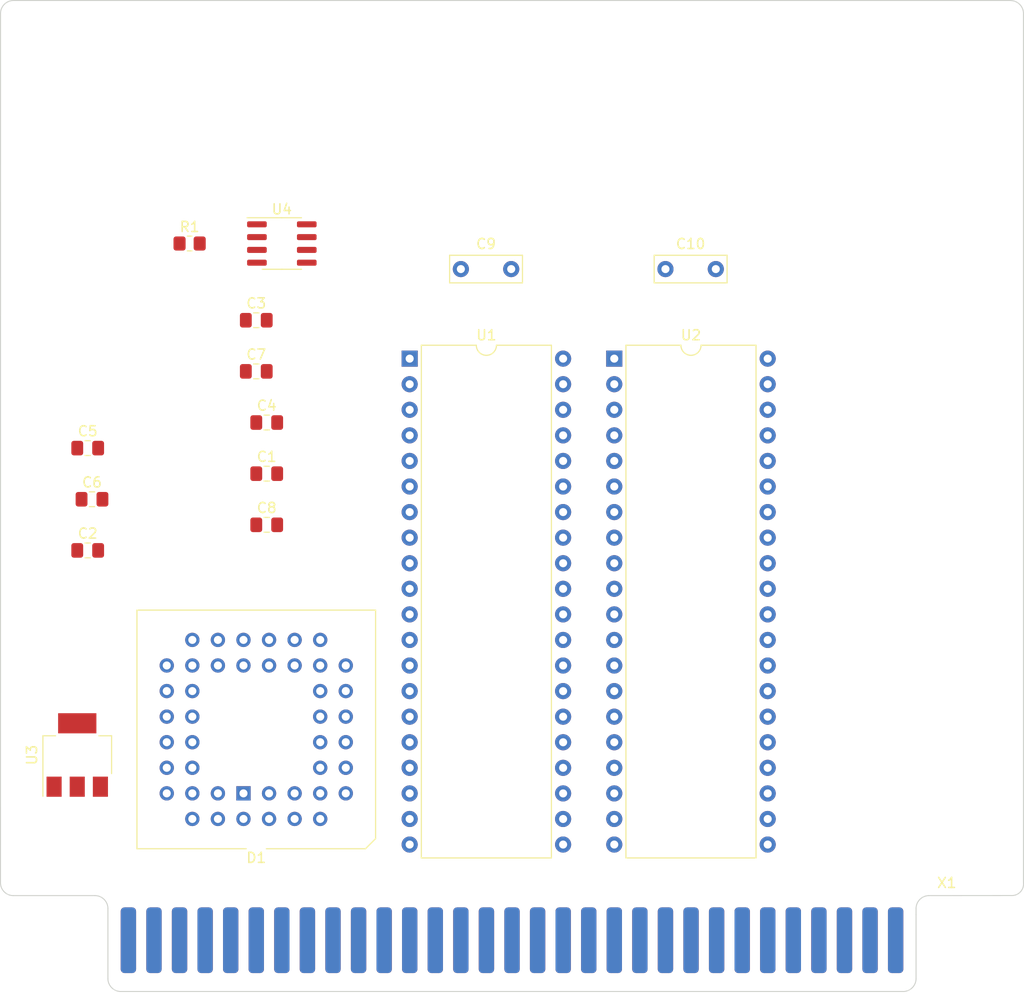
<source format=kicad_pcb>
(kicad_pcb (version 20211014) (generator pcbnew)
  (layers (0 "F.Cu" signal) (31 "B.Cu" signal) (34 "B.Paste" user) (35 "F.Paste" user) (36 "B.SilkS" user "B.Silkscreen") (37 "F.SilkS" user "F.Silkscreen") (38 "B.Mask" user) (39 "F.Mask" user) (44 "Edge.Cuts" user))
  (net 0 "")
  (net 21 "/d7")
  (net 51 "/a8_1")
  (net 52 "/a8_0")
  (net 53 "/a14")
  (net 54 "/a15")
  (net 56 "/clk175")
  (net 58 "/clk350")
  (net 60 "/d6")
  (net 61 "/d5")
  (net 62 "/d4")
  (net 63 "/d3")
  (net 66 "/d2")
  (net 67 "/d1")
  (net 68 "/d0")
  (net 69 "/iorq")
  (net 70 "/m1")
  (net 73 "/wr")
  (net 118 "/a0")
  (net 137 "/GND")
  (net 138 "/a1")
  (net 141 "/+5V")
  (net 142 "/+3.3V")
  (net 143 "/bc1")
  (net 144 "/bdir")
  (net 145 "/reset")
  (net 146 "/beeper")
  (footprint "Capacitor_SMD:C_0805_2012Metric_Pad1.18x1.45mm_HandSolder" (layer "F.Cu") (at 54.3775 71.12)
    (fp_text reference "C4" (at 0 -1.68) (layer "F.SilkS"))
    (fp_text value "0.47uF50VX7R0805")
    (fp_line (start -0.261252 -0.735) (end 0.261252 -0.735) (layer "F.SilkS") (width 0.12))
    (fp_line (start -0.261252 0.735) (end 0.261252 0.735) (layer "F.SilkS") (width 0.12))
    (pad "1" smd roundrect (at -1.0375 0) (size 1.175 1.45) (layers "F.Cu" "F.Paste" "F.Mask") (roundrect_rratio 0.212766) (net 141 "/+5V"))
    (pad "2" smd roundrect (at 1.0375 0) (size 1.175 1.45) (layers "F.Cu" "F.Paste" "F.Mask") (roundrect_rratio 0.212766) (net 137 "/GND"))
  )
  (footprint "Package_SO:SOIC-8_3.9x4.9mm_P1.27mm" (layer "F.Cu") (at 55.88 53.34)
    (fp_text reference "U4" (at 0 -3.4) (layer "F.SilkS"))
    (fp_text value "NE5532")
    (fp_line (start 0 -2.56) (end 1.95 -2.56) (layer "F.SilkS") (width 0.12))
    (fp_line (start 0 2.56) (end 1.95 2.56) (layer "F.SilkS") (width 0.12))
    (fp_line (start 0 -2.56) (end -3.45 -2.56) (layer "F.SilkS") (width 0.12))
    (fp_line (start 0 2.56) (end -1.95 2.56) (layer "F.SilkS") (width 0.12))
    (pad "1" smd roundrect (at -2.475 -1.905) (size 1.95 0.6) (layers "F.Cu" "F.Paste" "F.Mask"))
    (pad "2" smd roundrect (at -2.475 -0.635) (size 1.95 0.6) (layers "F.Cu" "F.Paste" "F.Mask"))
    (pad "3" smd roundrect (at -2.475 0.635) (size 1.95 0.6) (layers "F.Cu" "F.Paste" "F.Mask"))
    (pad "4" smd roundrect (at -2.475 1.905) (size 1.95 0.6) (layers "F.Cu" "F.Paste" "F.Mask"))
    (pad "5" smd roundrect (at 2.475 1.905) (size 1.95 0.6) (layers "F.Cu" "F.Paste" "F.Mask"))
    (pad "6" smd roundrect (at 2.475 0.635) (size 1.95 0.6) (layers "F.Cu" "F.Paste" "F.Mask"))
    (pad "7" smd roundrect (at 2.475 -0.635) (size 1.95 0.6) (layers "F.Cu" "F.Paste" "F.Mask"))
    (pad "8" smd roundrect (at 2.475 -1.905) (size 1.95 0.6) (layers "F.Cu" "F.Paste" "F.Mask"))
  )
  (footprint "Package_DIP:DIP-40_W15.24mm" (layer "F.Cu") (at 88.895 64.775)
    (fp_text reference "U2" (at 7.62 -2.33) (layer "F.SilkS"))
    (fp_text value "YM2149")
    (fp_line (start 1.16 49.59) (end 14.08 49.59) (layer "F.SilkS") (width 0.12))
    (fp_line (start 1.16 -1.33) (end 1.16 49.59) (layer "F.SilkS") (width 0.12))
    (fp_line (start 14.08 -1.33) (end 8.62 -1.33) (layer "F.SilkS") (width 0.12))
    (fp_line (start 6.62 -1.33) (end 1.16 -1.33) (layer "F.SilkS") (width 0.12))
    (fp_line (start 14.08 49.59) (end 14.08 -1.33) (layer "F.SilkS") (width 0.12))
    (fp_arc (start 8.62 -1.33) (mid 7.62 -0.33) (end 6.62 -1.33) (layer "F.SilkS") (width 0.12))
    (pad "1" thru_hole rect (at 0 0) (size 1.6 1.6) (drill 0.8) (layers *.Cu *.Mask) (net 137 "/GND"))
    (pad "2" thru_hole oval (at 0 2.54) (size 1.6 1.6) (drill 0.8) (layers *.Cu *.Mask))
    (pad "3" thru_hole oval (at 0 5.08) (size 1.6 1.6) (drill 0.8) (layers *.Cu *.Mask))
    (pad "4" thru_hole oval (at 0 7.62) (size 1.6 1.6) (drill 0.8) (layers *.Cu *.Mask))
    (pad "5" thru_hole oval (at 0 10.16) (size 1.6 1.6) (drill 0.8) (layers *.Cu *.Mask))
    (pad "6" thru_hole oval (at 0 12.7) (size 1.6 1.6) (drill 0.8) (layers *.Cu *.Mask))
    (pad "7" thru_hole oval (at 0 15.24) (size 1.6 1.6) (drill 0.8) (layers *.Cu *.Mask))
    (pad "8" thru_hole oval (at 0 17.78) (size 1.6 1.6) (drill 0.8) (layers *.Cu *.Mask))
    (pad "9" thru_hole oval (at 0 20.32) (size 1.6 1.6) (drill 0.8) (layers *.Cu *.Mask))
    (pad "10" thru_hole oval (at 0 22.86) (size 1.6 1.6) (drill 0.8) (layers *.Cu *.Mask))
    (pad "11" thru_hole oval (at 0 25.4) (size 1.6 1.6) (drill 0.8) (layers *.Cu *.Mask))
    (pad "12" thru_hole oval (at 0 27.94) (size 1.6 1.6) (drill 0.8) (layers *.Cu *.Mask))
    (pad "13" thru_hole oval (at 0 30.48) (size 1.6 1.6) (drill 0.8) (layers *.Cu *.Mask))
    (pad "14" thru_hole oval (at 0 33.02) (size 1.6 1.6) (drill 0.8) (layers *.Cu *.Mask))
    (pad "15" thru_hole oval (at 0 35.56) (size 1.6 1.6) (drill 0.8) (layers *.Cu *.Mask))
    (pad "16" thru_hole oval (at 0 38.1) (size 1.6 1.6) (drill 0.8) (layers *.Cu *.Mask))
    (pad "17" thru_hole oval (at 0 40.64) (size 1.6 1.6) (drill 0.8) (layers *.Cu *.Mask))
    (pad "18" thru_hole oval (at 0 43.18) (size 1.6 1.6) (drill 0.8) (layers *.Cu *.Mask))
    (pad "19" thru_hole oval (at 0 45.72) (size 1.6 1.6) (drill 0.8) (layers *.Cu *.Mask))
    (pad "20" thru_hole oval (at 0 48.26) (size 1.6 1.6) (drill 0.8) (layers *.Cu *.Mask))
    (pad "21" thru_hole oval (at 15.24 48.26) (size 1.6 1.6) (drill 0.8) (layers *.Cu *.Mask))
    (pad "22" thru_hole oval (at 15.24 45.72) (size 1.6 1.6) (drill 0.8) (layers *.Cu *.Mask) (net 56 "/clk175"))
    (pad "23" thru_hole oval (at 15.24 43.18) (size 1.6 1.6) (drill 0.8) (layers *.Cu *.Mask) (net 145 "/reset"))
    (pad "24" thru_hole oval (at 15.24 40.64) (size 1.6 1.6) (drill 0.8) (layers *.Cu *.Mask) (net 137 "/GND"))
    (pad "25" thru_hole oval (at 15.24 38.1) (size 1.6 1.6) (drill 0.8) (layers *.Cu *.Mask) (net 51 "/a8_1"))
    (pad "26" thru_hole oval (at 15.24 35.56) (size 1.6 1.6) (drill 0.8) (layers *.Cu *.Mask))
    (pad "27" thru_hole oval (at 15.24 33.02) (size 1.6 1.6) (drill 0.8) (layers *.Cu *.Mask) (net 144 "/bdir"))
    (pad "28" thru_hole oval (at 15.24 30.48) (size 1.6 1.6) (drill 0.8) (layers *.Cu *.Mask) (net 141 "/+5V"))
    (pad "29" thru_hole oval (at 15.24 27.94) (size 1.6 1.6) (drill 0.8) (layers *.Cu *.Mask) (net 143 "/bc1"))
    (pad "30" thru_hole oval (at 15.24 25.4) (size 1.6 1.6) (drill 0.8) (layers *.Cu *.Mask) (net 21 "/d7"))
    (pad "31" thru_hole oval (at 15.24 22.86) (size 1.6 1.6) (drill 0.8) (layers *.Cu *.Mask) (net 60 "/d6"))
    (pad "32" thru_hole oval (at 15.24 20.32) (size 1.6 1.6) (drill 0.8) (layers *.Cu *.Mask) (net 61 "/d5"))
    (pad "33" thru_hole oval (at 15.24 17.78) (size 1.6 1.6) (drill 0.8) (layers *.Cu *.Mask) (net 62 "/d4"))
    (pad "34" thru_hole oval (at 15.24 15.24) (size 1.6 1.6) (drill 0.8) (layers *.Cu *.Mask) (net 63 "/d3"))
    (pad "35" thru_hole oval (at 15.24 12.7) (size 1.6 1.6) (drill 0.8) (layers *.Cu *.Mask) (net 66 "/d2"))
    (pad "36" thru_hole oval (at 15.24 10.16) (size 1.6 1.6) (drill 0.8) (layers *.Cu *.Mask) (net 67 "/d1"))
    (pad "37" thru_hole oval (at 15.24 7.62) (size 1.6 1.6) (drill 0.8) (layers *.Cu *.Mask) (net 68 "/d0"))
    (pad "38" thru_hole oval (at 15.24 5.08) (size 1.6 1.6) (drill 0.8) (layers *.Cu *.Mask))
    (pad "39" thru_hole oval (at 15.24 2.54) (size 1.6 1.6) (drill 0.8) (layers *.Cu *.Mask))
    (pad "40" thru_hole oval (at 15.24 0) (size 1.6 1.6) (drill 0.8) (layers *.Cu *.Mask) (net 141 "/+5V"))
  )
  (footprint "Package_DIP:DIP-40_W15.24mm" (layer "F.Cu") (at 68.575 64.775)
    (fp_text reference "U1" (at 7.62 -2.33) (layer "F.SilkS"))
    (fp_text value "YM2149")
    (fp_line (start 6.62 -1.33) (end 1.16 -1.33) (layer "F.SilkS") (width 0.12))
    (fp_line (start 1.16 49.59) (end 14.08 49.59) (layer "F.SilkS") (width 0.12))
    (fp_line (start 14.08 -1.33) (end 8.62 -1.33) (layer "F.SilkS") (width 0.12))
    (fp_line (start 14.08 49.59) (end 14.08 -1.33) (layer "F.SilkS") (width 0.12))
    (fp_line (start 1.16 -1.33) (end 1.16 49.59) (layer "F.SilkS") (width 0.12))
    (fp_arc (start 8.62 -1.33) (mid 7.62 -0.33) (end 6.62 -1.33) (layer "F.SilkS") (width 0.12))
    (pad "1" thru_hole rect (at 0 0) (size 1.6 1.6) (drill 0.8) (layers *.Cu *.Mask) (net 137 "/GND"))
    (pad "2" thru_hole oval (at 0 2.54) (size 1.6 1.6) (drill 0.8) (layers *.Cu *.Mask))
    (pad "3" thru_hole oval (at 0 5.08) (size 1.6 1.6) (drill 0.8) (layers *.Cu *.Mask))
    (pad "4" thru_hole oval (at 0 7.62) (size 1.6 1.6) (drill 0.8) (layers *.Cu *.Mask))
    (pad "5" thru_hole oval (at 0 10.16) (size 1.6 1.6) (drill 0.8) (layers *.Cu *.Mask))
    (pad "6" thru_hole oval (at 0 12.7) (size 1.6 1.6) (drill 0.8) (layers *.Cu *.Mask))
    (pad "7" thru_hole oval (at 0 15.24) (size 1.6 1.6) (drill 0.8) (layers *.Cu *.Mask))
    (pad "8" thru_hole oval (at 0 17.78) (size 1.6 1.6) (drill 0.8) (layers *.Cu *.Mask))
    (pad "9" thru_hole oval (at 0 20.32) (size 1.6 1.6) (drill 0.8) (layers *.Cu *.Mask))
    (pad "10" thru_hole oval (at 0 22.86) (size 1.6 1.6) (drill 0.8) (layers *.Cu *.Mask))
    (pad "11" thru_hole oval (at 0 25.4) (size 1.6 1.6) (drill 0.8) (layers *.Cu *.Mask))
    (pad "12" thru_hole oval (at 0 27.94) (size 1.6 1.6) (drill 0.8) (layers *.Cu *.Mask))
    (pad "13" thru_hole oval (at 0 30.48) (size 1.6 1.6) (drill 0.8) (layers *.Cu *.Mask))
    (pad "14" thru_hole oval (at 0 33.02) (size 1.6 1.6) (drill 0.8) (layers *.Cu *.Mask))
    (pad "15" thru_hole oval (at 0 35.56) (size 1.6 1.6) (drill 0.8) (layers *.Cu *.Mask))
    (pad "16" thru_hole oval (at 0 38.1) (size 1.6 1.6) (drill 0.8) (layers *.Cu *.Mask))
    (pad "17" thru_hole oval (at 0 40.64) (size 1.6 1.6) (drill 0.8) (layers *.Cu *.Mask))
    (pad "18" thru_hole oval (at 0 43.18) (size 1.6 1.6) (drill 0.8) (layers *.Cu *.Mask))
    (pad "19" thru_hole oval (at 0 45.72) (size 1.6 1.6) (drill 0.8) (layers *.Cu *.Mask))
    (pad "20" thru_hole oval (at 0 48.26) (size 1.6 1.6) (drill 0.8) (layers *.Cu *.Mask))
    (pad "21" thru_hole oval (at 15.24 48.26) (size 1.6 1.6) (drill 0.8) (layers *.Cu *.Mask))
    (pad "22" thru_hole oval (at 15.24 45.72) (size 1.6 1.6) (drill 0.8) (layers *.Cu *.Mask) (net 56 "/clk175"))
    (pad "23" thru_hole oval (at 15.24 43.18) (size 1.6 1.6) (drill 0.8) (layers *.Cu *.Mask) (net 145 "/reset"))
    (pad "24" thru_hole oval (at 15.24 40.64) (size 1.6 1.6) (drill 0.8) (layers *.Cu *.Mask) (net 137 "/GND"))
    (pad "25" thru_hole oval (at 15.24 38.1) (size 1.6 1.6) (drill 0.8) (layers *.Cu *.Mask) (net 52 "/a8_0"))
    (pad "26" thru_hole oval (at 15.24 35.56) (size 1.6 1.6) (drill 0.8) (layers *.Cu *.Mask))
    (pad "27" thru_hole oval (at 15.24 33.02) (size 1.6 1.6) (drill 0.8) (layers *.Cu *.Mask) (net 144 "/bdir"))
    (pad "28" thru_hole oval (at 15.24 30.48) (size 1.6 1.6) (drill 0.8) (layers *.Cu *.Mask) (net 141 "/+5V"))
    (pad "29" thru_hole oval (at 15.24 27.94) (size 1.6 1.6) (drill 0.8) (layers *.Cu *.Mask) (net 143 "/bc1"))
    (pad "30" thru_hole oval (at 15.24 25.4) (size 1.6 1.6) (drill 0.8) (layers *.Cu *.Mask) (net 21 "/d7"))
    (pad "31" thru_hole oval (at 15.24 22.86) (size 1.6 1.6) (drill 0.8) (layers *.Cu *.Mask) (net 60 "/d6"))
    (pad "32" thru_hole oval (at 15.24 20.32) (size 1.6 1.6) (drill 0.8) (layers *.Cu *.Mask) (net 61 "/d5"))
    (pad "33" thru_hole oval (at 15.24 17.78) (size 1.6 1.6) (drill 0.8) (layers *.Cu *.Mask) (net 62 "/d4"))
    (pad "34" thru_hole oval (at 15.24 15.24) (size 1.6 1.6) (drill 0.8) (layers *.Cu *.Mask) (net 63 "/d3"))
    (pad "35" thru_hole oval (at 15.24 12.7) (size 1.6 1.6) (drill 0.8) (layers *.Cu *.Mask) (net 66 "/d2"))
    (pad "36" thru_hole oval (at 15.24 10.16) (size 1.6 1.6) (drill 0.8) (layers *.Cu *.Mask) (net 67 "/d1"))
    (pad "37" thru_hole oval (at 15.24 7.62) (size 1.6 1.6) (drill 0.8) (layers *.Cu *.Mask) (net 68 "/d0"))
    (pad "38" thru_hole oval (at 15.24 5.08) (size 1.6 1.6) (drill 0.8) (layers *.Cu *.Mask))
    (pad "39" thru_hole oval (at 15.24 2.54) (size 1.6 1.6) (drill 0.8) (layers *.Cu *.Mask))
    (pad "40" thru_hole oval (at 15.24 0) (size 1.6 1.6) (drill 0.8) (layers *.Cu *.Mask) (net 141 "/+5V"))
  )
  (footprint "Capacitor_SMD:C_0805_2012Metric_Pad1.18x1.45mm_HandSolder" (layer "F.Cu") (at 54.3775 81.28)
    (fp_text reference "C8" (at 0 -1.68) (layer "F.SilkS"))
    (fp_text value "0.47uF50VX7R0805")
    (fp_line (start -0.261252 -0.735) (end 0.261252 -0.735) (layer "F.SilkS") (width 0.12))
    (fp_line (start -0.261252 0.735) (end 0.261252 0.735) (layer "F.SilkS") (width 0.12))
    (pad "1" smd roundrect (at -1.0375 0) (size 1.175 1.45) (layers "F.Cu" "F.Paste" "F.Mask") (roundrect_rratio 0.212766) (net 141 "/+5V"))
    (pad "2" smd roundrect (at 1.0375 0) (size 1.175 1.45) (layers "F.Cu" "F.Paste" "F.Mask") (roundrect_rratio 0.212766) (net 137 "/GND"))
  )
  (footprint "Package_TO_SOT_SMD:SOT-223-3_TabPin2" (layer "F.Cu") (at 35.56 104.14 90)
    (fp_text reference "U3" (at 0 -4.5 90) (layer "F.SilkS"))
    (fp_text value "AMS1117-3.3")
    (fp_line (start -1.85 3.41) (end 1.91 3.41) (layer "F.SilkS") (width 0.12))
    (fp_line (start -4.1 -3.41) (end 1.91 -3.41) (layer "F.SilkS") (width 0.12))
    (fp_line (start 1.91 -3.41) (end 1.91 -2.15) (layer "F.SilkS") (width 0.12))
    (fp_line (start 1.91 3.41) (end 1.91 2.15) (layer "F.SilkS") (width 0.12))
    (pad "1" smd rect (at -3.15 -2.3 90) (size 2 1.5) (layers "F.Cu" "F.Paste" "F.Mask") (net 137 "/GND"))
    (pad "2" smd rect (at -3.15 0 90) (size 2 1.5) (layers "F.Cu" "F.Paste" "F.Mask") (net 142 "/+3.3V"))
    (pad "2" smd rect (at 3.15 0 90) (size 2 3.8) (layers "F.Cu" "F.Paste" "F.Mask") (net 142 "/+3.3V"))
    (pad "3" smd rect (at -3.15 2.3 90) (size 2 1.5) (layers "F.Cu" "F.Paste" "F.Mask") (net 141 "/+5V"))
  )
  (footprint "Capacitor_SMD:C_0805_2012Metric_Pad1.18x1.45mm_HandSolder" (layer "F.Cu") (at 36.5975 73.66)
    (fp_text reference "C5" (at 0 -1.68) (layer "F.SilkS"))
    (fp_text value "0.47uF50VX7R0805")
    (fp_line (start -0.261252 0.735) (end 0.261252 0.735) (layer "F.SilkS") (width 0.12))
    (fp_line (start -0.261252 -0.735) (end 0.261252 -0.735) (layer "F.SilkS") (width 0.12))
    (pad "1" smd roundrect (at -1.0375 0) (size 1.175 1.45) (layers "F.Cu" "F.Paste" "F.Mask") (roundrect_rratio 0.212766) (net 142 "/+3.3V"))
    (pad "2" smd roundrect (at 1.0375 0) (size 1.175 1.45) (layers "F.Cu" "F.Paste" "F.Mask") (roundrect_rratio 0.212766) (net 137 "/GND"))
  )
  (footprint "Capacitor_SMD:C_0805_2012Metric_Pad1.18x1.45mm_HandSolder" (layer "F.Cu") (at 54.3775 76.2)
    (fp_text reference "C1" (at 0 -1.68) (layer "F.SilkS"))
    (fp_text value "10uF10VX7R0805")
    (fp_line (start -0.261252 0.735) (end 0.261252 0.735) (layer "F.SilkS") (width 0.12))
    (fp_line (start -0.261252 -0.735) (end 0.261252 -0.735) (layer "F.SilkS") (width 0.12))
    (pad "1" smd roundrect (at -1.0375 0) (size 1.175 1.45) (layers "F.Cu" "F.Paste" "F.Mask") (roundrect_rratio 0.212766) (net 141 "/+5V"))
    (pad "2" smd roundrect (at 1.0375 0) (size 1.175 1.45) (layers "F.Cu" "F.Paste" "F.Mask") (roundrect_rratio 0.212766) (net 137 "/GND"))
  )
  (footprint "Capacitor_SMD:C_0805_2012Metric_Pad1.18x1.45mm_HandSolder" (layer "F.Cu") (at 37.025 78.74)
    (fp_text reference "C6" (at 0 -1.68) (layer "F.SilkS"))
    (fp_text value "0.47uF50VX7R0805")
    (fp_line (start -0.261252 -0.735) (end 0.261252 -0.735) (layer "F.SilkS") (width 0.12))
    (fp_line (start -0.261252 0.735) (end 0.261252 0.735) (layer "F.SilkS") (width 0.12))
    (pad "1" smd roundrect (at -1.0375 0) (size 1.175 1.45) (layers "F.Cu" "F.Paste" "F.Mask") (roundrect_rratio 0.212766) (net 141 "/+5V"))
    (pad "2" smd roundrect (at 1.0375 0) (size 1.175 1.45) (layers "F.Cu" "F.Paste" "F.Mask") (roundrect_rratio 0.212766) (net 137 "/GND"))
  )
  (footprint "Capacitor_THT:C_Rect_L7.0mm_W2.5mm_P5.00mm" (layer "F.Cu") (at 73.66 55.88)
    (fp_text reference "C9" (at 2.5 -2.5) (layer "F.SilkS"))
    (fp_text value "0.47uF wima")
    (fp_line (start -1.12 -1.37) (end 6.12 -1.37) (layer "F.SilkS") (width 0.12))
    (fp_line (start -1.12 -1.37) (end -1.12 1.37) (layer "F.SilkS") (width 0.12))
    (fp_line (start -1.12 1.37) (end 6.12 1.37) (layer "F.SilkS") (width 0.12))
    (fp_line (start 6.12 -1.37) (end 6.12 1.37) (layer "F.SilkS") (width 0.12))
    (pad "1" thru_hole circle (at 0 0) (size 1.6 1.6) (drill 0.8) (layers *.Cu *.Mask))
    (pad "2" thru_hole circle (at 5 0) (size 1.6 1.6) (drill 0.8) (layers *.Cu *.Mask))
  )
  (footprint "Capacitor_SMD:C_0805_2012Metric_Pad1.18x1.45mm_HandSolder" (layer "F.Cu") (at 53.34 66.04)
    (fp_text reference "C7" (at 0 -1.68) (layer "F.SilkS"))
    (fp_text value "0.47uF50VX7R0805")
    (fp_line (start -0.261252 0.735) (end 0.261252 0.735) (layer "F.SilkS") (width 0.12))
    (fp_line (start -0.261252 -0.735) (end 0.261252 -0.735) (layer "F.SilkS") (width 0.12))
    (pad "1" smd roundrect (at -1.0375 0) (size 1.175 1.45) (layers "F.Cu" "F.Paste" "F.Mask") (roundrect_rratio 0.212766) (net 142 "/+3.3V"))
    (pad "2" smd roundrect (at 1.0375 0) (size 1.175 1.45) (layers "F.Cu" "F.Paste" "F.Mask") (roundrect_rratio 0.212766) (net 137 "/GND"))
  )
  (footprint "Capacitor_SMD:C_0805_2012Metric_Pad1.18x1.45mm_HandSolder" (layer "F.Cu") (at 36.5975 83.82)
    (fp_text reference "C2" (at 0 -1.68) (layer "F.SilkS"))
    (fp_text value "0.47uF50VX7R0805")
    (fp_line (start -0.261252 0.735) (end 0.261252 0.735) (layer "F.SilkS") (width 0.12))
    (fp_line (start -0.261252 -0.735) (end 0.261252 -0.735) (layer "F.SilkS") (width 0.12))
    (pad "1" smd roundrect (at -1.0375 0) (size 1.175 1.45) (layers "F.Cu" "F.Paste" "F.Mask") (roundrect_rratio 0.212766) (net 142 "/+3.3V"))
    (pad "2" smd roundrect (at 1.0375 0) (size 1.175 1.45) (layers "F.Cu" "F.Paste" "F.Mask") (roundrect_rratio 0.212766) (net 137 "/GND"))
  )
  (footprint "Capacitor_SMD:C_0805_2012Metric_Pad1.18x1.45mm_HandSolder" (layer "F.Cu") (at 53.34 60.96)
    (fp_text reference "C3" (at 0 -1.68) (layer "F.SilkS"))
    (fp_text value "0.47uF50VX7R0805")
    (fp_line (start -0.261252 0.735) (end 0.261252 0.735) (layer "F.SilkS") (width 0.12))
    (fp_line (start -0.261252 -0.735) (end 0.261252 -0.735) (layer "F.SilkS") (width 0.12))
    (pad "1" smd roundrect (at -1.0375 0) (size 1.175 1.45) (layers "F.Cu" "F.Paste" "F.Mask") (roundrect_rratio 0.212766) (net 142 "/+3.3V"))
    (pad "2" smd roundrect (at 1.0375 0) (size 1.175 1.45) (layers "F.Cu" "F.Paste" "F.Mask") (roundrect_rratio 0.212766) (net 137 "/GND"))
  )
  (footprint "Package_LCC:PLCC-44_THT-Socket" (layer "F.Cu") (at 52.07 107.95 180)
    (fp_text reference "D1" (at -1.27 -6.4) (layer "F.SilkS"))
    (fp_text value "epm3032")
    (fp_line (start -2.27 -5.5) (end -12.12 -5.5) (layer "F.SilkS") (width 0.12))
    (fp_line (start 10.58 -5.5) (end -0.27 -5.5) (layer "F.SilkS") (width 0.12))
    (fp_line (start 10.58 18.2) (end 10.58 -5.5) (layer "F.SilkS") (width 0.12))
    (fp_line (start -13.12 18.2) (end 10.58 18.2) (layer "F.SilkS") (width 0.12))
    (fp_line (start -12.12 -5.5) (end -13.12 -4.5) (layer "F.SilkS") (width 0.12))
    (fp_line (start -13.12 -4.5) (end -13.12 18.2) (layer "F.SilkS") (width 0.12))
    (pad "1" thru_hole rect (at 0 0 180) (size 1.4224 1.4224) (drill 0.8) (layers *.Cu *.Mask))
    (pad "2" thru_hole circle (at -2.54 -2.54 180) (size 1.4224 1.4224) (drill 0.8) (layers *.Cu *.Mask))
    (pad "3" thru_hole circle (at -2.54 0 180) (size 1.4224 1.4224) (drill 0.8) (layers *.Cu *.Mask))
    (pad "4" thru_hole circle (at -5.08 -2.54 180) (size 1.4224 1.4224) (drill 0.8) (layers *.Cu *.Mask))
    (pad "5" thru_hole circle (at -5.08 0 180) (size 1.4224 1.4224) (drill 0.8) (layers *.Cu *.Mask) (net 62 "/d4"))
    (pad "6" thru_hole circle (at -7.62 -2.54 180) (size 1.4224 1.4224) (drill 0.8) (layers *.Cu *.Mask) (net 69 "/iorq"))
    (pad "7" thru_hole circle (at -10.16 0 180) (size 1.4224 1.4224) (drill 0.8) (layers *.Cu *.Mask))
    (pad "8" thru_hole circle (at -7.62 0 180) (size 1.4224 1.4224) (drill 0.8) (layers *.Cu *.Mask) (net 70 "/m1"))
    (pad "9" thru_hole circle (at -10.16 2.54 180) (size 1.4224 1.4224) (drill 0.8) (layers *.Cu *.Mask) (net 138 "/a1"))
    (pad "10" thru_hole circle (at -7.62 2.54 180) (size 1.4224 1.4224) (drill 0.8) (layers *.Cu *.Mask) (net 137 "/GND"))
    (pad "11" thru_hole circle (at -10.16 5.08 180) (size 1.4224 1.4224) (drill 0.8) (layers *.Cu *.Mask) (net 118 "/a0"))
    (pad "12" thru_hole circle (at -7.62 5.08 180) (size 1.4224 1.4224) (drill 0.8) (layers *.Cu *.Mask) (net 73 "/wr"))
    (pad "13" thru_hole circle (at -10.16 7.62 180) (size 1.4224 1.4224) (drill 0.8) (layers *.Cu *.Mask))
    (pad "14" thru_hole circle (at -7.62 7.62 180) (size 1.4224 1.4224) (drill 0.8) (layers *.Cu *.Mask) (net 144 "/bdir"))
    (pad "15" thru_hole circle (at -10.16 10.16 180) (size 1.4224 1.4224) (drill 0.8) (layers *.Cu *.Mask))
    (pad "16" thru_hole circle (at -7.62 10.16 180) (size 1.4224 1.4224) (drill 0.8) (layers *.Cu *.Mask) (net 143 "/bc1"))
    (pad "17" thru_hole circle (at -10.16 12.7 180) (size 1.4224 1.4224) (drill 0.8) (layers *.Cu *.Mask))
    (pad "18" thru_hole circle (at -7.62 15.24 180) (size 1.4224 1.4224) (drill 0.8) (layers *.Cu *.Mask) (net 56 "/clk175"))
    (pad "19" thru_hole circle (at -7.62 12.7 180) (size 1.4224 1.4224) (drill 0.8) (layers *.Cu *.Mask) (net 52 "/a8_0"))
    (pad "20" thru_hole circle (at -5.08 15.24 180) (size 1.4224 1.4224) (drill 0.8) (layers *.Cu *.Mask) (net 51 "/a8_1"))
    (pad "21" thru_hole circle (at -5.08 12.7 180) (size 1.4224 1.4224) (drill 0.8) (layers *.Cu *.Mask) (net 146 "/beeper"))
    (pad "22" thru_hole circle (at -2.54 15.24 180) (size 1.4224 1.4224) (drill 0.8) (layers *.Cu *.Mask))
    (pad "23" thru_hole circle (at -2.54 12.7 180) (size 1.4224 1.4224) (drill 0.8) (layers *.Cu *.Mask))
    (pad "24" thru_hole circle (at 0 15.24 180) (size 1.4224 1.4224) (drill 0.8) (layers *.Cu *.Mask))
    (pad "25" thru_hole circle (at 0 12.7 180) (size 1.4224 1.4224) (drill 0.8) (layers *.Cu *.Mask))
    (pad "26" thru_hole circle (at 2.54 15.24 180) (size 1.4224 1.4224) (drill 0.8) (layers *.Cu *.Mask))
    (pad "27" thru_hole circle (at 2.54 12.7 180) (size 1.4224 1.4224) (drill 0.8) (layers *.Cu *.Mask))
    (pad "28" thru_hole circle (at 5.08 15.24 180) (size 1.4224 1.4224) (drill 0.8) (layers *.Cu *.Mask) (net 67 "/d1"))
    (pad "29" thru_hole circle (at 7.62 12.7 180) (size 1.4224 1.4224) (drill 0.8) (layers *.Cu *.Mask) (net 53 "/a14"))
    (pad "30" thru_hole circle (at 5.08 12.7 180) (size 1.4224 1.4224) (drill 0.8) (layers *.Cu *.Mask))
    (pad "31" thru_hole circle (at 7.62 10.16 180) (size 1.4224 1.4224) (drill 0.8) (layers *.Cu *.Mask) (net 54 "/a15"))
    (pad "32" thru_hole circle (at 5.08 10.16 180) (size 1.4224 1.4224) (drill 0.8) (layers *.Cu *.Mask))
    (pad "33" thru_hole circle (at 7.62 7.62 180) (size 1.4224 1.4224) (drill 0.8) (layers *.Cu *.Mask) (net 21 "/d7"))
    (pad "34" thru_hole circle (at 5.08 7.62 180) (size 1.4224 1.4224) (drill 0.8) (layers *.Cu *.Mask) (net 68 "/d0"))
    (pad "35" thru_hole circle (at 7.62 5.08 180) (size 1.4224 1.4224) (drill 0.8) (layers *.Cu *.Mask))
    (pad "36" thru_hole circle (at 5.08 5.08 180) (size 1.4224 1.4224) (drill 0.8) (layers *.Cu *.Mask))
    (pad "37" thru_hole circle (at 7.62 2.54 180) (size 1.4224 1.4224) (drill 0.8) (layers *.Cu *.Mask) (net 66 "/d2"))
    (pad "38" thru_hole circle (at 5.08 2.54 180) (size 1.4224 1.4224) (drill 0.8) (layers *.Cu *.Mask))
    (pad "39" thru_hole circle (at 7.62 0 180) (size 1.4224 1.4224) (drill 0.8) (layers *.Cu *.Mask) (net 60 "/d6"))
    (pad "40" thru_hole circle (at 5.08 -2.54 180) (size 1.4224 1.4224) (drill 0.8) (layers *.Cu *.Mask) (net 61 "/d5"))
    (pad "41" thru_hole circle (at 5.08 0 180) (size 1.4224 1.4224) (drill 0.8) (layers *.Cu *.Mask) (net 63 "/d3"))
    (pad "42" thru_hole circle (at 2.54 -2.54 180) (size 1.4224 1.4224) (drill 0.8) (layers *.Cu *.Mask))
    (pad "43" thru_hole circle (at 2.54 0 180) (size 1.4224 1.4224) (drill 0.8) (layers *.Cu *.Mask) (net 58 "/clk350"))
    (pad "44" thru_hole circle (at 0 -2.54 180) (size 1.4224 1.4224) (drill 0.8) (layers *.Cu *.Mask))
  )
  (footprint "zx:zx-bus" (layer "F.Cu") (at 78.74 127.617)
    (fp_text reference "X1" (at 43.18 -10.777 unlocked) (layer "F.SilkS"))
    (fp_text value "zx-bus")
    (pad "1" smd roundrect (at -38.1 -5.08) (size 1.524 6.524) (layers "F.Cu" "F.Paste" "F.Mask") (net 54 "/a15"))
    (pad "2" smd roundrect (at -35.56 -5.08) (size 1.524 6.524) (layers "F.Cu" "F.Paste" "F.Mask") (net 53 "/a14"))
    (pad "3" smd roundrect (at -33.02 -5.08) (size 1.524 6.524) (layers "F.Cu" "F.Paste" "F.Mask") (net 21 "/d7"))
    (pad "4" smd roundrect (at -30.48 -5.08) (size 1.524 6.524) (layers "F.Cu" "F.Paste" "F.Mask"))
    (pad "5" smd roundrect (at -27.94 -5.08) (size 1.524 6.524) (layers "F.Cu" "F.Paste" "F.Mask"))
    (pad "6" smd roundrect (at -25.4 -5.08) (size 1.524 6.524) (layers "F.Cu" "F.Paste" "F.Mask") (net 68 "/d0"))
    (pad "7" smd roundrect (at -22.86 -5.08) (size 1.524 6.524) (layers "F.Cu" "F.Paste" "F.Mask") (net 67 "/d1"))
    (pad "8" smd roundrect (at -20.32 -5.08) (size 1.524 6.524) (layers "F.Cu" "F.Paste" "F.Mask") (net 66 "/d2"))
    (pad "9" smd roundrect (at -17.78 -5.08) (size 1.524 6.524) (layers "F.Cu" "F.Paste" "F.Mask") (net 60 "/d6"))
    (pad "10" smd roundrect (at -15.24 -5.08) (size 1.524 6.524) (layers "F.Cu" "F.Paste" "F.Mask") (net 61 "/d5"))
    (pad "11" smd roundrect (at -12.7 -5.08) (size 1.524 6.524) (layers "F.Cu" "F.Paste" "F.Mask") (net 63 "/d3"))
    (pad "12" smd roundrect (at -10.16 -5.08) (size 1.524 6.524) (layers "F.Cu" "F.Paste" "F.Mask") (net 62 "/d4"))
    (pad "13" smd roundrect (at -7.62 -5.08) (size 1.524 6.524) (layers "F.Cu" "F.Paste" "F.Mask"))
    (pad "14" smd roundrect (at -5.08 -5.08) (size 1.524 6.524) (layers "F.Cu" "F.Paste" "F.Mask"))
    (pad "15" smd roundrect (at -2.54 -5.08) (size 1.524 6.524) (layers "F.Cu" "F.Paste" "F.Mask"))
    (pad "16" smd roundrect (at 0 -5.08) (size 1.524 6.524) (layers "F.Cu" "F.Paste" "F.Mask"))
    (pad "17" smd roundrect (at 2.54 -5.08) (size 1.524 6.524) (layers "F.Cu" "F.Paste" "F.Mask") (net 69 "/iorq"))
    (pad "18" smd roundrect (at 5.08 -5.08) (size 1.524 6.524) (layers "F.Cu" "F.Paste" "F.Mask") (net 73 "/wr"))
    (pad "19" smd roundrect (at 7.62 -5.08) (size 1.524 6.524) (layers "F.Cu" "F.Paste" "F.Mask"))
    (pad "20" smd roundrect (at 10.16 -5.08) (size 1.524 6.524) (layers "F.Cu" "F.Paste" "F.Mask"))
    (pad "21" smd roundrect (at 12.7 -5.08) (size 1.524 6.524) (layers "F.Cu" "F.Paste" "F.Mask"))
    (pad "22" smd roundrect (at 15.24 -5.08) (size 1.524 6.524) (layers "F.Cu" "F.Paste" "F.Mask"))
    (pad "23" smd roundrect (at 17.78 -5.08) (size 1.524 6.524) (layers "F.Cu" "F.Paste" "F.Mask") (net 70 "/m1"))
    (pad "24" smd roundrect (at 20.32 -5.08) (size 1.524 6.524) (layers "F.Cu" "F.Paste" "F.Mask"))
    (pad "25" smd roundrect (at 22.86 -5.08) (size 1.524 6.524) (layers "F.Cu" "F.Paste" "F.Mask"))
    (pad "26" smd roundrect (at 25.4 -5.08) (size 1.524 6.524) (layers "F.Cu" "F.Paste" "F.Mask"))
    (pad "27" smd roundrect (at 27.94 -5.08) (size 1.524 6.524) (layers "F.Cu" "F.Paste" "F.Mask"))
    (pad "28" smd roundrect (at 30.48 -5.08) (size 1.524 6.524) (layers "F.Cu" "F.Paste" "F.Mask"))
    (pad "29" smd roundrect (at 33.02 -5.08) (size 1.524 6.524) (layers "F.Cu" "F.Paste" "F.Mask") (net 137 "/GND"))
    (pad "30" smd roundrect (at 35.56 -5.08) (size 1.524 6.524) (layers "F.Cu" "F.Paste" "F.Mask"))
    (pad "31" smd roundrect (at 38.1 -5.08) (size 1.524 6.524) (layers "F.Cu" "F.Paste" "F.Mask"))
    (pad "32" smd roundrect (at -38.1 -5.08) (size 1.524 6.524) (layers "B.Cu" "B.Paste" "B.Mask"))
    (pad "33" smd roundrect (at -35.56 -5.08) (size 1.524 6.524) (layers "B.Cu" "B.Paste" "B.Mask"))
    (pad "34" smd roundrect (at -33.02 -5.08) (size 1.524 6.524) (layers "B.Cu" "B.Paste" "B.Mask"))
    (pad "35" smd roundrect (at -30.48 -5.08) (size 1.524 6.524) (layers "B.Cu" "B.Paste" "B.Mask"))
    (pad "36" smd roundrect (at -27.94 -5.08) (size 1.524 6.524) (layers "B.Cu" "B.Paste" "B.Mask"))
    (pad "37" smd roundrect (at -25.4 -5.08) (size 1.524 6.524) (layers "B.Cu" "B.Paste" "B.Mask") (net 137 "/GND"))
    (pad "38" smd roundrect (at -22.86 -5.08) (size 1.524 6.524) (layers "B.Cu" "B.Paste" "B.Mask") (net 137 "/GND"))
    (pad "39" smd roundrect (at -20.32 -5.08) (size 1.524 6.524) (layers "B.Cu" "B.Paste" "B.Mask") (net 58 "/clk350"))
    (pad "40" smd roundrect (at -17.78 -5.08) (size 1.524 6.524) (layers "B.Cu" "B.Paste" "B.Mask") (net 118 "/a0"))
    (pad "41" smd roundrect (at -15.24 -5.08) (size 1.524 6.524) (layers "B.Cu" "B.Paste" "B.Mask") (net 138 "/a1"))
    (pad "42" smd roundrect (at -12.7 -5.08) (size 1.524 6.524) (layers "B.Cu" "B.Paste" "B.Mask"))
    (pad "43" smd roundrect (at -10.16 -5.08) (size 1.524 6.524) (layers "B.Cu" "B.Paste" "B.Mask"))
    (pad "44" smd roundrect (at -7.62 -5.08) (size 1.524 6.524) (layers "B.Cu" "B.Paste" "B.Mask"))
    (pad "45" smd roundrect (at -5.08 -5.08) (size 1.524 6.524) (layers "B.Cu" "B.Paste" "B.Mask") (net 137 "/GND"))
    (pad "46" smd roundrect (at -2.54 -5.08) (size 1.524 6.524) (layers "B.Cu" "B.Paste" "B.Mask"))
    (pad "47" smd roundrect (at 0 -5.08) (size 1.524 6.524) (layers "B.Cu" "B.Paste" "B.Mask"))
    (pad "48" smd roundrect (at 2.54 -5.08) (size 1.524 6.524) (layers "B.Cu" "B.Paste" "B.Mask"))
    (pad "49" smd roundrect (at 5.08 -5.08) (size 1.524 6.524) (layers "B.Cu" "B.Paste" "B.Mask"))
    (pad "50" smd roundrect (at 7.62 -5.08) (size 1.524 6.524) (layers "B.Cu" "B.Paste" "B.Mask"))
    (pad "51" smd roundrect (at 10.16 -5.08) (size 1.524 6.524) (layers "B.Cu" "B.Paste" "B.Mask") (net 145 "/reset"))
    (pad "52" smd roundrect (at 12.7 -5.08) (size 1.524 6.524) (layers "B.Cu" "B.Paste" "B.Mask"))
    (pad "53" smd roundrect (at 15.24 -5.08) (size 1.524 6.524) (layers "B.Cu" "B.Paste" "B.Mask"))
    (pad "54" smd roundrect (at 17.78 -5.08) (size 1.524 6.524) (layers "B.Cu" "B.Paste" "B.Mask"))
    (pad "55" smd roundrect (at 20.32 -5.08) (size 1.524 6.524) (layers "B.Cu" "B.Paste" "B.Mask"))
    (pad "56" smd roundrect (at 22.86 -5.08) (size 1.524 6.524) (layers "B.Cu" "B.Paste" "B.Mask"))
    (pad "57" smd roundrect (at 25.4 -5.08) (size 1.524 6.524) (layers "B.Cu" "B.Paste" "B.Mask"))
    (pad "58" smd roundrect (at 27.94 -5.08) (size 1.524 6.524) (layers "B.Cu" "B.Paste" "B.Mask"))
    (pad "59" smd roundrect (at 30.48 -5.08) (size 1.524 6.524) (layers "B.Cu" "B.Paste" "B.Mask"))
    (pad "60" smd roundrect (at 33.02 -5.08) (size 1.524 6.524) (layers "B.Cu" "B.Paste" "B.Mask"))
    (pad "61" smd roundrect (at 35.56 -5.08) (size 1.524 6.524) (layers "B.Cu" "B.Paste" "B.Mask") (net 137 "/GND"))
    (pad "62" smd roundrect (at 38.1 -5.08) (size 1.524 6.524) (layers "B.Cu" "B.Paste" "B.Mask"))
  )
  (footprint "Resistor_SMD:R_0805_2012Metric_Pad1.20x1.40mm_HandSolder" (layer "F.Cu") (at 46.72 53.34)
    (fp_text reference "R1" (at 0 -1.65) (layer "F.SilkS"))
    (fp_text value "1K")
    (fp_line (start -0.227064 -0.735) (end 0.227064 -0.735) (layer "F.SilkS") (width 0.12))
    (fp_line (start -0.227064 0.735) (end 0.227064 0.735) (layer "F.SilkS") (width 0.12))
    (pad "1" smd roundrect (at -1 0) (size 1.2 1.4) (layers "F.Cu" "F.Paste" "F.Mask") (roundrect_rratio 0.208333))
    (pad "2" smd roundrect (at 1 0) (size 1.2 1.4) (layers "F.Cu" "F.Paste" "F.Mask") (roundrect_rratio 0.208333))
  )
  (footprint "Capacitor_THT:C_Rect_L7.0mm_W2.5mm_P5.00mm" (layer "F.Cu") (at 93.98 55.88)
    (fp_text reference "C10" (at 2.5 -2.5) (layer "F.SilkS"))
    (fp_text value "0.47uF wima")
    (fp_line (start 6.12 -1.37) (end 6.12 1.37) (layer "F.SilkS") (width 0.12))
    (fp_line (start -1.12 1.37) (end 6.12 1.37) (layer "F.SilkS") (width 0.12))
    (fp_line (start -1.12 -1.37) (end 6.12 -1.37) (layer "F.SilkS") (width 0.12))
    (fp_line (start -1.12 -1.37) (end -1.12 1.37) (layer "F.SilkS") (width 0.12))
    (pad "1" thru_hole circle (at 0 0) (size 1.6 1.6) (drill 0.8) (layers *.Cu *.Mask))
    (pad "2" thru_hole circle (at 5 0) (size 1.6 1.6) (drill 0.8) (layers *.Cu *.Mask))
  )
  (gr_line (start 38.605744 119.375487) (end 38.605744 126.360487) (layer "Edge.Cuts") (width 0.1))
  (gr_line (start 29.207744 118.105487) (end 37.326718 118.105487) (layer "Edge.Cuts") (width 0.1))
  (gr_line (start 128.394744 118.098409) (end 120.139744 118.105487) (layer "Edge.Cuts") (width 0.1))
  (gr_arc (start 37.326718 118.105487) (mid 38.225313 118.479563) (end 38.605744 119.375487) (layer "Edge.Cuts") (width 0.1))
  (gr_arc (start 27.942257 30.484513) (mid 28.316399 29.585983) (end 29.212257 29.205487) (layer "Edge.Cuts") (width 0.1))
  (gr_arc (start 129.537744 116.835487) (mid 129.24642 117.72052) (end 128.394744 118.098409) (layer "Edge.Cuts") (width 0.1))
  (gr_line (start 118.869744 120.010487) (end 118.869744 126.360487) (layer "Edge.Cuts") (width 0.1))
  (gr_line (start 129.537744 116.835487) (end 129.537175 30.482411) (layer "Edge.Cuts") (width 0.1))
  (gr_arc (start 29.207744 118.105487) (mid 28.309718 117.733513) (end 27.937744 116.835487) (layer "Edge.Cuts") (width 0.1))
  (gr_line (start 27.942257 30.484513) (end 27.937744 116.835487) (layer "Edge.Cuts") (width 0.1))
  (gr_line (start 128.263231 29.205487) (end 29.212257 29.205487) (layer "Edge.Cuts") (width 0.1))
  (gr_line (start 39.875744 127.630487) (end 117.599744 127.630487) (layer "Edge.Cuts") (width 0.1))
  (gr_arc (start 39.875744 127.630487) (mid 38.982989 127.253242) (end 38.605744 126.360487) (layer "Edge.Cuts") (width 0.1))
  (gr_line (start 118.869744 119.384513) (end 118.869744 120.010487) (layer "Edge.Cuts") (width 0.1))
  (gr_arc (start 118.869744 119.384513) (mid 119.243886 118.485983) (end 120.139744 118.105487) (layer "Edge.Cuts") (width 0.1))
  (gr_arc (start 118.869744 126.360487) (mid 118.492497 127.25324) (end 117.599744 127.630487) (layer "Edge.Cuts") (width 0.1))
  (gr_arc (start 128.258149 29.212411) (mid 129.156744 29.586487) (end 129.537175 30.482411) (layer "Edge.Cuts") (width 0.1))
)
</source>
